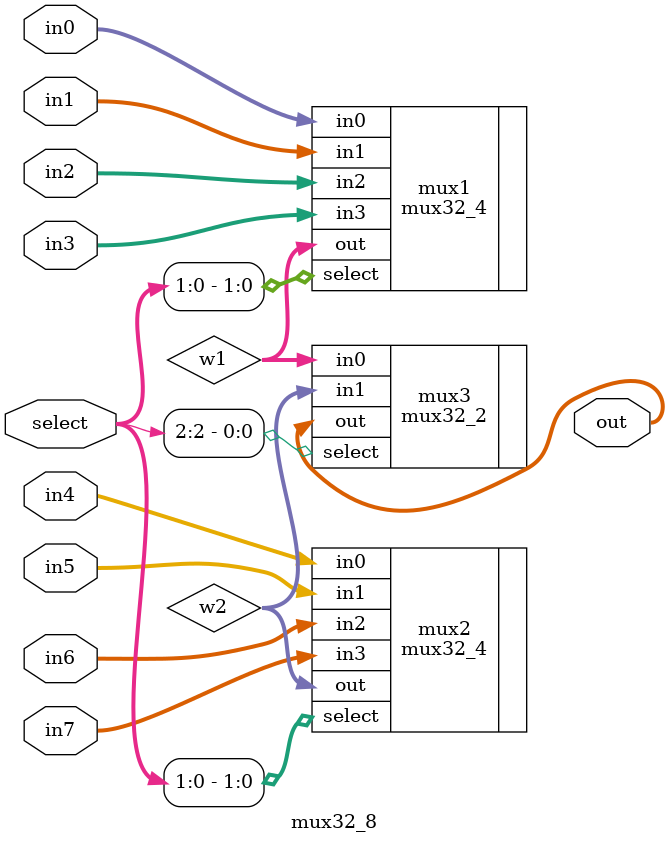
<source format=v>
module mux32_8(
    input [2:0] select,
    input [31:0] in0,
    input [31:0] in1,
    input [31:0] in2,
    input [31:0] in3,
    input [31:0] in4,
    input [31:0] in5,
    input [31:0] in6,
    input [31:0] in7,
    output [31:0] out
);

    wire [31:0] w1, w2;

    // "Layer" 1
    mux32_4 mux1(
        .out    (w1), 
        .in0    (in0), 
        .in1    (in1),
        .in2    (in2), 
        .in3    (in3),
        .select (select[1:0]));
    mux32_4 mux2(
        .out    (w2), 
        .in0    (in4), 
        .in1    (in5),
        .in2    (in6), 
        .in3    (in7),
        .select (select[1:0]));

    // "Layer" 2
    mux32_2 mux3(
        .out    (out), 
        .in0    (w1), 
        .in1    (w2),
        .select (select[2]));
    
endmodule
</source>
